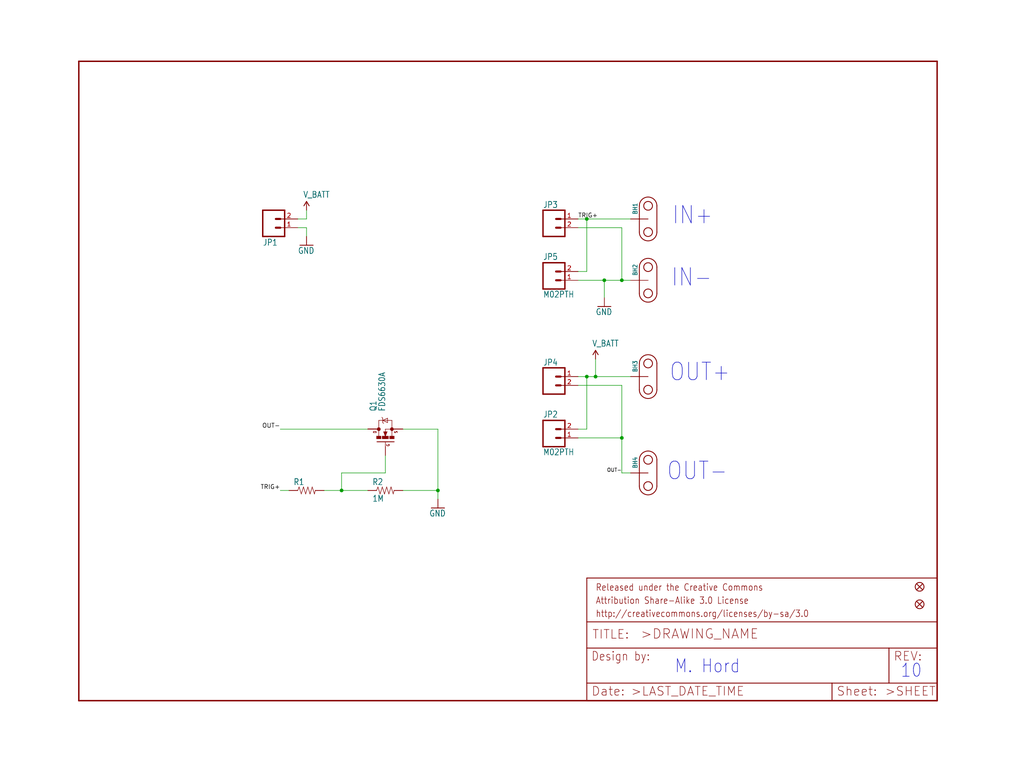
<source format=kicad_sch>
(kicad_sch (version 20211123) (generator eeschema)
  (paper "User" 297.002 223.926)
  (lib_symbols
    (symbol "eagleSchem-eagle-import:1M-1%"
      (property "Reference" "R" (at -3.81 1.4986 0))
      (property "Value" "1M-1%" (at -3.81 -3.302 0))
      (symbol "1M-1%_1_0"
        (polyline (pts (xy -2.54 0) (xy -2.159 1.016)) (stroke (width 0.1524)))
        (polyline (pts (xy -2.159 1.016) (xy -1.524 -1.016)) (stroke (width 0.1524)))
        (polyline (pts (xy -1.524 -1.016) (xy -0.889 1.016)) (stroke (width 0.1524)))
        (polyline (pts (xy -0.889 1.016) (xy -0.254 -1.016)) (stroke (width 0.1524)))
        (polyline (pts (xy -0.254 -1.016) (xy 0.381 1.016)) (stroke (width 0.1524)))
        (polyline (pts (xy 0.381 1.016) (xy 1.016 -1.016)) (stroke (width 0.1524)))
        (polyline (pts (xy 1.016 -1.016) (xy 1.651 1.016)) (stroke (width 0.1524)))
        (polyline (pts (xy 1.651 1.016) (xy 2.286 -1.016)) (stroke (width 0.1524)))
        (polyline (pts (xy 2.286 -1.016) (xy 2.54 0)) (stroke (width 0.1524)))
        (pin passive line (at -5.08 0 0) (length 2.54) (name "1") (number "1"))
        (pin passive line (at 5.08 0 180) (length 2.54) (name "2") (number "2"))
      )
    )
    (symbol "eagleSchem-eagle-import:BUTTONHOLELARGE"
      (property "Reference" "BH" (at -2.54 3.048 0))
      (property "Value" "BUTTONHOLELARGE" (at -2.54 -4.318 0))
      (symbol "BUTTONHOLELARGE_1_0"
        (circle (center -7.62 0) (radius 1.27) (stroke (width 0.254)))
        (arc (start -7.62 2.54) (mid -10.16 0) (end -7.62 -2.54) (stroke (width 0.254)))
        (arc (start 0 -2.54) (mid 2.54 0) (end 0 2.54) (stroke (width 0.254)))
        (polyline (pts (xy -7.62 2.54) (xy 0 2.54)) (stroke (width 0.254)))
        (polyline (pts (xy 0 -2.54) (xy -7.62 -2.54)) (stroke (width 0.254)))
        (circle (center 0 0) (radius 1.27) (stroke (width 0.254)))
        (pin bidirectional line (at -3.81 5.08 270) (length 5.08) (name "P$1") (number "P$1"))
      )
    )
    (symbol "eagleSchem-eagle-import:FIDUCIALUFIDUCIAL"
      (symbol "FIDUCIALUFIDUCIAL_1_0"
        (polyline (pts (xy -0.762 0.762) (xy 0.762 -0.762)) (stroke (width 0.254)))
        (polyline (pts (xy 0.762 0.762) (xy -0.762 -0.762)) (stroke (width 0.254)))
        (circle (center 0 0) (radius 1.27) (stroke (width 0.254)))
      )
    )
    (symbol "eagleSchem-eagle-import:FRAME-LETTER"
      (symbol "FRAME-LETTER_1_0"
        (polyline (pts (xy 0 0) (xy 248.92 0)) (stroke (width 0.4064)))
        (polyline (pts (xy 0 185.42) (xy 0 0)) (stroke (width 0.4064)))
        (polyline (pts (xy 0 185.42) (xy 248.92 185.42)) (stroke (width 0.4064)))
        (polyline (pts (xy 248.92 185.42) (xy 248.92 0)) (stroke (width 0.4064)))
      )
      (symbol "FRAME-LETTER_2_0"
        (polyline (pts (xy 0 0) (xy 0 5.08)) (stroke (width 0.254)))
        (polyline (pts (xy 0 0) (xy 71.12 0)) (stroke (width 0.254)))
        (polyline (pts (xy 0 5.08) (xy 0 15.24)) (stroke (width 0.254)))
        (polyline (pts (xy 0 5.08) (xy 71.12 5.08)) (stroke (width 0.254)))
        (polyline (pts (xy 0 15.24) (xy 0 22.86)) (stroke (width 0.254)))
        (polyline (pts (xy 0 22.86) (xy 0 35.56)) (stroke (width 0.254)))
        (polyline (pts (xy 0 22.86) (xy 101.6 22.86)) (stroke (width 0.254)))
        (polyline (pts (xy 71.12 0) (xy 101.6 0)) (stroke (width 0.254)))
        (polyline (pts (xy 71.12 5.08) (xy 71.12 0)) (stroke (width 0.254)))
        (polyline (pts (xy 71.12 5.08) (xy 87.63 5.08)) (stroke (width 0.254)))
        (polyline (pts (xy 87.63 5.08) (xy 101.6 5.08)) (stroke (width 0.254)))
        (polyline (pts (xy 87.63 15.24) (xy 0 15.24)) (stroke (width 0.254)))
        (polyline (pts (xy 87.63 15.24) (xy 87.63 5.08)) (stroke (width 0.254)))
        (polyline (pts (xy 101.6 5.08) (xy 101.6 0)) (stroke (width 0.254)))
        (polyline (pts (xy 101.6 15.24) (xy 87.63 15.24)) (stroke (width 0.254)))
        (polyline (pts (xy 101.6 15.24) (xy 101.6 5.08)) (stroke (width 0.254)))
        (polyline (pts (xy 101.6 22.86) (xy 101.6 15.24)) (stroke (width 0.254)))
        (polyline (pts (xy 101.6 35.56) (xy 0 35.56)) (stroke (width 0.254)))
        (polyline (pts (xy 101.6 35.56) (xy 101.6 22.86)) (stroke (width 0.254)))
        (text ">DRAWING_NAME" (at 15.494 17.78 0) (effects (font (size 2.7432 2.7432)) (justify left bottom)))
        (text ">LAST_DATE_TIME" (at 12.7 1.27 0) (effects (font (size 2.54 2.54)) (justify left bottom)))
        (text ">SHEET" (at 86.36 1.27 0) (effects (font (size 2.54 2.54)) (justify left bottom)))
        (text "Attribution Share-Alike 3.0 License" (at 2.54 27.94 0) (effects (font (size 1.9304 1.6408)) (justify left bottom)))
        (text "Date:" (at 1.27 1.27 0) (effects (font (size 2.54 2.54)) (justify left bottom)))
        (text "Design by:" (at 1.27 11.43 0) (effects (font (size 2.54 2.159)) (justify left bottom)))
        (text "http://creativecommons.org/licenses/by-sa/3.0" (at 2.54 24.13 0) (effects (font (size 1.9304 1.6408)) (justify left bottom)))
        (text "Released under the Creative Commons" (at 2.54 31.75 0) (effects (font (size 1.9304 1.6408)) (justify left bottom)))
        (text "REV:" (at 88.9 11.43 0) (effects (font (size 2.54 2.54)) (justify left bottom)))
        (text "Sheet:" (at 72.39 1.27 0) (effects (font (size 2.54 2.54)) (justify left bottom)))
        (text "TITLE:" (at 1.524 17.78 0) (effects (font (size 2.54 2.54)) (justify left bottom)))
      )
    )
    (symbol "eagleSchem-eagle-import:GND" (power)
      (property "Value" "GND" (at -2.54 -2.54 0))
      (symbol "GND_1_0"
        (polyline (pts (xy -1.905 0) (xy 1.905 0)) (stroke (width 0.254)))
        (pin power_in line (at 0 2.54 270) (length 2.54) (name "GND") (number "1"))
      )
    )
    (symbol "eagleSchem-eagle-import:M02-JST-2-PTH-NO_SILK"
      (property "Reference" "JP" (at -2.54 5.842 0))
      (property "Value" "M02-JST-2-PTH-NO_SILK" (at -2.54 -5.08 0))
      (symbol "M02-JST-2-PTH-NO_SILK_1_0"
        (polyline (pts (xy -2.54 5.08) (xy -2.54 -2.54)) (stroke (width 0.4064)))
        (polyline (pts (xy -2.54 5.08) (xy 3.81 5.08)) (stroke (width 0.4064)))
        (polyline (pts (xy 1.27 0) (xy 2.54 0)) (stroke (width 0.6096)))
        (polyline (pts (xy 1.27 2.54) (xy 2.54 2.54)) (stroke (width 0.6096)))
        (polyline (pts (xy 3.81 -2.54) (xy -2.54 -2.54)) (stroke (width 0.4064)))
        (polyline (pts (xy 3.81 -2.54) (xy 3.81 5.08)) (stroke (width 0.4064)))
        (pin passive line (at 7.62 0 180) (length 5.08) (name "1") (number "1"))
        (pin passive line (at 7.62 2.54 180) (length 5.08) (name "2") (number "2"))
      )
    )
    (symbol "eagleSchem-eagle-import:M02-JST-2MM-SMT"
      (property "Reference" "JP" (at -2.54 5.842 0))
      (property "Value" "M02-JST-2MM-SMT" (at -2.54 -5.08 0))
      (symbol "M02-JST-2MM-SMT_1_0"
        (polyline (pts (xy -2.54 5.08) (xy -2.54 -2.54)) (stroke (width 0.4064)))
        (polyline (pts (xy -2.54 5.08) (xy 3.81 5.08)) (stroke (width 0.4064)))
        (polyline (pts (xy 1.27 0) (xy 2.54 0)) (stroke (width 0.6096)))
        (polyline (pts (xy 1.27 2.54) (xy 2.54 2.54)) (stroke (width 0.6096)))
        (polyline (pts (xy 3.81 -2.54) (xy -2.54 -2.54)) (stroke (width 0.4064)))
        (polyline (pts (xy 3.81 -2.54) (xy 3.81 5.08)) (stroke (width 0.4064)))
        (pin passive line (at 7.62 2.54 180) (length 5.08) (name "2") (number "1"))
        (pin passive line (at 7.62 0 180) (length 5.08) (name "1") (number "2"))
      )
    )
    (symbol "eagleSchem-eagle-import:M02PTH"
      (property "Reference" "JP" (at -2.54 5.842 0))
      (property "Value" "M02PTH" (at -2.54 -5.08 0))
      (symbol "M02PTH_1_0"
        (polyline (pts (xy -2.54 5.08) (xy -2.54 -2.54)) (stroke (width 0.4064)))
        (polyline (pts (xy -2.54 5.08) (xy 3.81 5.08)) (stroke (width 0.4064)))
        (polyline (pts (xy 1.27 0) (xy 2.54 0)) (stroke (width 0.6096)))
        (polyline (pts (xy 1.27 2.54) (xy 2.54 2.54)) (stroke (width 0.6096)))
        (polyline (pts (xy 3.81 -2.54) (xy -2.54 -2.54)) (stroke (width 0.4064)))
        (polyline (pts (xy 3.81 -2.54) (xy 3.81 5.08)) (stroke (width 0.4064)))
        (pin passive line (at 7.62 0 180) (length 5.08) (name "1") (number "1"))
        (pin passive line (at 7.62 2.54 180) (length 5.08) (name "2") (number "2"))
      )
    )
    (symbol "eagleSchem-eagle-import:MOSFET-NCHANNELFDS6630A"
      (property "Reference" "Q" (at 5.08 2.54 0))
      (property "Value" "MOSFET-NCHANNELFDS6630A" (at 5.08 0 0))
      (symbol "MOSFET-NCHANNELFDS6630A_1_0"
        (rectangle (start -2.794 -2.54) (end -2.032 -1.27) (fill (type outline)))
        (rectangle (start -2.794 -0.889) (end -2.032 0.889) (fill (type outline)))
        (rectangle (start -2.794 1.27) (end -2.032 2.54) (fill (type outline)))
        (circle (center 0 -1.905) (radius 0.127) (stroke (width 0.4064)))
        (polyline (pts (xy -3.81 0) (xy -5.08 0)) (stroke (width 0.1524)))
        (polyline (pts (xy -3.6576 2.413) (xy -3.6576 -2.54)) (stroke (width 0.254)))
        (polyline (pts (xy -2.032 -1.905) (xy 0 -1.905)) (stroke (width 0.1524)))
        (polyline (pts (xy -2.032 0) (xy -0.762 -0.508)) (stroke (width 0.1524)))
        (polyline (pts (xy -1.778 0) (xy -0.889 -0.254)) (stroke (width 0.3048)))
        (polyline (pts (xy -0.889 -0.254) (xy -0.889 0)) (stroke (width 0.3048)))
        (polyline (pts (xy -0.889 0) (xy -1.143 0)) (stroke (width 0.3048)))
        (polyline (pts (xy -0.889 0) (xy 0 0)) (stroke (width 0.1524)))
        (polyline (pts (xy -0.889 0.254) (xy -1.778 0)) (stroke (width 0.3048)))
        (polyline (pts (xy -0.762 -0.508) (xy -0.762 0.508)) (stroke (width 0.1524)))
        (polyline (pts (xy -0.762 0.508) (xy -2.032 0)) (stroke (width 0.1524)))
        (polyline (pts (xy 0 -1.905) (xy 0 -2.54)) (stroke (width 0.1524)))
        (polyline (pts (xy 0 0) (xy 0 -1.905)) (stroke (width 0.1524)))
        (polyline (pts (xy 0 1.905) (xy -2.0066 1.905)) (stroke (width 0.1524)))
        (polyline (pts (xy 0 1.905) (xy 2.54 1.905)) (stroke (width 0.1524)))
        (polyline (pts (xy 0 2.54) (xy 0 1.905)) (stroke (width 0.1524)))
        (polyline (pts (xy 1.905 -0.635) (xy 3.175 -0.635)) (stroke (width 0.1524)))
        (polyline (pts (xy 1.905 0.762) (xy 1.651 0.508)) (stroke (width 0.1524)))
        (polyline (pts (xy 1.905 0.762) (xy 2.54 0.762)) (stroke (width 0.1524)))
        (polyline (pts (xy 2.54 -1.905) (xy 0 -1.905)) (stroke (width 0.1524)))
        (polyline (pts (xy 2.54 0.762) (xy 1.905 -0.635)) (stroke (width 0.1524)))
        (polyline (pts (xy 2.54 0.762) (xy 2.54 -1.905)) (stroke (width 0.1524)))
        (polyline (pts (xy 2.54 0.762) (xy 3.175 0.762)) (stroke (width 0.1524)))
        (polyline (pts (xy 2.54 1.905) (xy 2.54 0.762)) (stroke (width 0.1524)))
        (polyline (pts (xy 3.175 -0.635) (xy 2.54 0.762)) (stroke (width 0.1524)))
        (polyline (pts (xy 3.175 0.762) (xy 3.429 1.016)) (stroke (width 0.1524)))
        (circle (center 0 1.905) (radius 0.127) (stroke (width 0.4064)))
        (text "D" (at -1.27 2.54 0) (effects (font (size 0.8128 0.6908)) (justify left bottom)))
        (text "G" (at -5.08 -1.27 0) (effects (font (size 0.8128 0.6908)) (justify left bottom)))
        (text "S" (at -1.27 -3.556 0) (effects (font (size 0.8128 0.6908)) (justify left bottom)))
        (pin passive line (at 0 -5.08 90) (length 2.54) (name "S") (number "1"))
        (pin passive line (at 0 -5.08 90) (length 2.54) (name "S") (number "2"))
        (pin passive line (at 0 -5.08 90) (length 2.54) (name "S") (number "3"))
        (pin passive line (at -7.62 0 0) (length 2.54) (name "G") (number "4"))
        (pin passive line (at 0 5.08 270) (length 2.54) (name "D") (number "5"))
        (pin passive line (at 0 5.08 270) (length 2.54) (name "D") (number "6"))
        (pin passive line (at 0 5.08 270) (length 2.54) (name "D") (number "7"))
        (pin passive line (at 0 5.08 270) (length 2.54) (name "D") (number "8"))
      )
    )
    (symbol "eagleSchem-eagle-import:RESISTOR0402-RES"
      (property "Reference" "R" (at -3.81 1.4986 0))
      (property "Value" "RESISTOR0402-RES" (at -3.81 -3.302 0))
      (symbol "RESISTOR0402-RES_1_0"
        (polyline (pts (xy -2.54 0) (xy -2.159 1.016)) (stroke (width 0.1524)))
        (polyline (pts (xy -2.159 1.016) (xy -1.524 -1.016)) (stroke (width 0.1524)))
        (polyline (pts (xy -1.524 -1.016) (xy -0.889 1.016)) (stroke (width 0.1524)))
        (polyline (pts (xy -0.889 1.016) (xy -0.254 -1.016)) (stroke (width 0.1524)))
        (polyline (pts (xy -0.254 -1.016) (xy 0.381 1.016)) (stroke (width 0.1524)))
        (polyline (pts (xy 0.381 1.016) (xy 1.016 -1.016)) (stroke (width 0.1524)))
        (polyline (pts (xy 1.016 -1.016) (xy 1.651 1.016)) (stroke (width 0.1524)))
        (polyline (pts (xy 1.651 1.016) (xy 2.286 -1.016)) (stroke (width 0.1524)))
        (polyline (pts (xy 2.286 -1.016) (xy 2.54 0)) (stroke (width 0.1524)))
        (pin passive line (at -5.08 0 0) (length 2.54) (name "1") (number "1"))
        (pin passive line (at 5.08 0 180) (length 2.54) (name "2") (number "2"))
      )
    )
    (symbol "eagleSchem-eagle-import:V_BATT" (power)
      (property "Value" "V_BATT" (at -1.016 3.556 0))
      (symbol "V_BATT_1_0"
        (polyline (pts (xy 0 2.54) (xy -0.762 1.27)) (stroke (width 0.254)))
        (polyline (pts (xy 0.762 1.27) (xy 0 2.54)) (stroke (width 0.254)))
        (pin power_in line (at 0 0 90) (length 2.54) (name "V_BATT") (number "1"))
      )
    )
  )
  (junction (at 99.06 142.24))
  (junction (at 127 142.24))
  (junction (at 170.18 63.5))
  (junction (at 170.18 109.22))
  (junction (at 175.26 81.28))
  (junction (at 180.34 127))
  (junction (at 180.34 81.28))
  (junction (at 172.72 109.22))
  (wire (pts (xy 172.72 109.22) (xy 182.88 109.22)))
  (wire (pts (xy 116.84 142.24) (xy 127 142.24)))
  (wire (pts (xy 127 124.46) (xy 127 142.24)))
  (wire (pts (xy 88.9 66.04) (xy 88.9 68.58)))
  (wire (pts (xy 99.06 137.16) (xy 111.76 137.16)))
  (wire (pts (xy 167.64 63.5) (xy 170.18 63.5)))
  (wire (pts (xy 175.26 81.28) (xy 180.34 81.28)))
  (wire (pts (xy 86.36 66.04) (xy 88.9 66.04)))
  (wire (pts (xy 167.64 81.28) (xy 175.26 81.28)))
  (wire (pts (xy 180.34 66.04) (xy 180.34 81.28)))
  (wire (pts (xy 180.34 111.76) (xy 180.34 127)))
  (wire (pts (xy 167.64 109.22) (xy 170.18 109.22)))
  (wire (pts (xy 99.06 142.24) (xy 99.06 137.16)))
  (wire (pts (xy 106.68 124.46) (xy 81.28 124.46)))
  (wire (pts (xy 170.18 109.22) (xy 172.72 109.22)))
  (wire (pts (xy 116.84 124.46) (xy 127 124.46)))
  (wire (pts (xy 175.26 81.28) (xy 175.26 86.36)))
  (wire (pts (xy 180.34 137.16) (xy 182.88 137.16)))
  (wire (pts (xy 167.64 66.04) (xy 180.34 66.04)))
  (wire (pts (xy 167.64 78.74) (xy 170.18 78.74)))
  (wire (pts (xy 127 142.24) (xy 127 144.78)))
  (wire (pts (xy 180.34 81.28) (xy 182.88 81.28)))
  (wire (pts (xy 180.34 127) (xy 180.34 137.16)))
  (wire (pts (xy 86.36 63.5) (xy 88.9 63.5)))
  (wire (pts (xy 99.06 142.24) (xy 106.68 142.24)))
  (wire (pts (xy 88.9 63.5) (xy 88.9 60.96)))
  (wire (pts (xy 170.18 124.46) (xy 170.18 109.22)))
  (wire (pts (xy 93.98 142.24) (xy 99.06 142.24)))
  (wire (pts (xy 83.82 142.24) (xy 81.28 142.24)))
  (wire (pts (xy 170.18 78.74) (xy 170.18 63.5)))
  (wire (pts (xy 111.76 137.16) (xy 111.76 132.08)))
  (wire (pts (xy 172.72 104.14) (xy 172.72 109.22)))
  (wire (pts (xy 167.64 127) (xy 180.34 127)))
  (wire (pts (xy 167.64 111.76) (xy 180.34 111.76)))
  (wire (pts (xy 167.64 124.46) (xy 170.18 124.46)))
  (wire (pts (xy 170.18 63.5) (xy 182.88 63.5)))
  (text "IN+" (at 194.818 65.532 180) (effects (font (size 5.08 4.318)) (justify left bottom)))
  (text "IN-" (at 194.564 83.566 180) (effects (font (size 5.08 4.318)) (justify left bottom)))
  (text "OUT+" (at 194.056 110.998 180) (effects (font (size 5.08 4.318)) (justify left bottom)))
  (text "OUT-" (at 193.294 139.7 180) (effects (font (size 5.08 4.318)) (justify left bottom)))
  (text "M. Hord" (at 195.58 195.58 180) (effects (font (size 3.81 3.2385)) (justify left bottom)))
  (text "10" (at 261.112 196.85 180) (effects (font (size 3.81 3.2385)) (justify left bottom)))
  (label "TRIG+" (at 81.28 142.24 180) (effects (font (size 1.2446 1.2446))))
  (label "OUT-" (at 180.34 137.16 180) (effects (font (size 1.016 1.016))))
  (label "TRIG+" (at 167.64 63.5 0) (effects (font (size 1.2446 1.2446))))
  (label "OUT-" (at 81.28 124.46 180) (effects (font (size 1.2446 1.2446))))
  (symbol (lib_id "eagleSchem-eagle-import:RESISTOR0402-RES") (at 88.9 142.24 0) (unit 1)
    (property "Reference" "R1" (at 85.09 140.7414 0) (effects (font (size 1.778 1.5113)) (justify left bottom)))
    (property "Value" "10k" (at 85.09 145.542 0) (effects (font (size 1.778 1.5113)) (justify left bottom)))
    (property "Footprint" "eagleSchem:0402-RES" (effects hide))
    (property "Value" "10k" (effects hide))
  )
  (symbol (lib_id "eagleSchem-eagle-import:BUTTONHOLELARGE") (at 187.96 105.41 90) (unit 1)
    (property "Reference" "BH3" (at 184.912 107.95 0) (effects (font (size 1.27 1.0795)) (justify left bottom)))
    (property "Value" "OUT+" (at 192.278 107.95 0) (effects (font (size 1.27 1.0795)) (justify left bottom)))
    (property "Footprint" "eagleSchem:BUTTONHOLE" (effects hide))
    (property "Value" "OUT+" (effects hide))
  )
  (symbol (lib_id "eagleSchem-eagle-import:FIDUCIALUFIDUCIAL") (at 266.7 175.26 0) (unit 1)
    (property "Reference" "JP7" (effects hide))
    (property "Value" "FIDUCIALUFIDUCIAL" (effects hide))
    (property "Footprint" "eagleSchem:MICRO-FIDUCIAL" (effects hide))
  )
  (symbol (lib_id "eagleSchem-eagle-import:GND") (at 88.9 71.12 0) (unit 1)
    (property "Reference" "#GND2" (effects hide))
    (property "Value" "GND" (at 86.36 73.66 0) (effects (font (size 1.778 1.5113)) (justify left bottom)))
    (property "Footprint" "eagleSchem:" (effects hide))
  )
  (symbol (lib_id "eagleSchem-eagle-import:V_BATT") (at 172.72 104.14 0) (unit 1)
    (property "Reference" "#U$3" (effects hide))
    (property "Value" "V_BATT" (at 171.704 100.584 0) (effects (font (size 1.778 1.5113)) (justify left bottom)))
    (property "Footprint" "eagleSchem:" (effects hide))
  )
  (symbol (lib_id "eagleSchem-eagle-import:MOSFET-NCHANNELFDS6630A") (at 111.76 124.46 90) (unit 1)
    (property "Reference" "Q1" (at 109.22 119.38 0) (effects (font (size 1.778 1.5113)) (justify left bottom)))
    (property "Value" "FDS6630A" (at 111.76 119.38 0) (effects (font (size 1.778 1.5113)) (justify left bottom)))
    (property "Footprint" "eagleSchem:SO08" (effects hide))
  )
  (symbol (lib_id "eagleSchem-eagle-import:BUTTONHOLELARGE") (at 187.96 59.69 90) (unit 1)
    (property "Reference" "BH1" (at 184.912 62.23 0) (effects (font (size 1.27 1.0795)) (justify left bottom)))
    (property "Value" "TRIG+" (at 192.278 62.23 0) (effects (font (size 1.27 1.0795)) (justify left bottom)))
    (property "Footprint" "eagleSchem:BUTTONHOLE" (effects hide))
    (property "Value" "TRIG+" (effects hide))
  )
  (symbol (lib_id "eagleSchem-eagle-import:FRAME-LETTER") (at 22.86 203.2 0) (unit 1)
    (property "Reference" "FRAME1" (effects hide))
    (property "Value" "FRAME-LETTER" (effects hide))
    (property "Footprint" "eagleSchem:CREATIVE_COMMONS" (effects hide))
  )
  (symbol (lib_id "eagleSchem-eagle-import:M02PTH") (at 160.02 127 0) (unit 1)
    (property "Reference" "JP2" (at 157.48 121.158 0) (effects (font (size 1.778 1.5113)) (justify left bottom)))
    (property "Value" "M02PTH" (at 157.48 132.08 0) (effects (font (size 1.778 1.5113)) (justify left bottom)))
    (property "Footprint" "eagleSchem:1X02" (effects hide))
  )
  (symbol (lib_id "eagleSchem-eagle-import:V_BATT") (at 88.9 60.96 0) (unit 1)
    (property "Reference" "#U$2" (effects hide))
    (property "Value" "V_BATT" (at 87.884 57.404 0) (effects (font (size 1.778 1.5113)) (justify left bottom)))
    (property "Footprint" "eagleSchem:" (effects hide))
  )
  (symbol (lib_id "eagleSchem-eagle-import:M02-JST-2-PTH-NO_SILK") (at 160.02 109.22 0) (mirror x) (unit 1)
    (property "Reference" "JP4" (at 157.48 104.14 0) (effects (font (size 1.778 1.5113)) (justify left bottom)))
    (property "Value" "JST-PTH" (at 157.48 115.062 0) (effects (font (size 1.778 1.5113)) (justify left bottom)))
    (property "Footprint" "eagleSchem:JST-2-PTH-NS" (effects hide))
    (property "Value" "JST-PTH" (effects hide))
  )
  (symbol (lib_id "eagleSchem-eagle-import:1M-1%") (at 111.76 142.24 0) (unit 1)
    (property "Reference" "R2" (at 107.95 140.7414 0) (effects (font (size 1.778 1.5113)) (justify left bottom)))
    (property "Value" "1M" (at 107.95 145.542 0) (effects (font (size 1.778 1.5113)) (justify left bottom)))
    (property "Footprint" "eagleSchem:0402-RES" (effects hide))
  )
  (symbol (lib_id "eagleSchem-eagle-import:M02-JST-2MM-SMT") (at 78.74 63.5 0) (mirror x) (unit 1)
    (property "Reference" "JP1" (at 76.2 69.342 0) (effects (font (size 1.778 1.5113)) (justify left bottom)))
    (property "Value" "JST-SMT" (at 76.2 58.42 0) (effects (font (size 1.778 1.5113)) (justify left bottom)))
    (property "Footprint" "eagleSchem:JST-2-SMD" (effects hide))
    (property "Value" "JST-SMT" (effects hide))
  )
  (symbol (lib_id "eagleSchem-eagle-import:FIDUCIALUFIDUCIAL") (at 266.7 170.18 0) (unit 1)
    (property "Reference" "JP6" (effects hide))
    (property "Value" "FIDUCIALUFIDUCIAL" (effects hide))
    (property "Footprint" "eagleSchem:MICRO-FIDUCIAL" (effects hide))
  )
  (symbol (lib_id "eagleSchem-eagle-import:BUTTONHOLELARGE") (at 187.96 133.35 90) (unit 1)
    (property "Reference" "BH4" (at 184.912 135.89 0) (effects (font (size 1.27 1.0795)) (justify left bottom)))
    (property "Value" "OUT-" (at 192.278 135.89 0) (effects (font (size 1.27 1.0795)) (justify left bottom)))
    (property "Footprint" "eagleSchem:BUTTONHOLE" (effects hide))
    (property "Value" "OUT-" (effects hide))
  )
  (symbol (lib_id "eagleSchem-eagle-import:GND") (at 127 147.32 0) (unit 1)
    (property "Reference" "#GND1" (effects hide))
    (property "Value" "GND" (at 124.46 149.86 0) (effects (font (size 1.778 1.5113)) (justify left bottom)))
    (property "Footprint" "eagleSchem:" (effects hide))
  )
  (symbol (lib_id "eagleSchem-eagle-import:M02PTH") (at 160.02 81.28 0) (unit 1)
    (property "Reference" "JP5" (at 157.48 75.438 0) (effects (font (size 1.778 1.5113)) (justify left bottom)))
    (property "Value" "M02PTH" (at 157.48 86.36 0) (effects (font (size 1.778 1.5113)) (justify left bottom)))
    (property "Footprint" "eagleSchem:1X02" (effects hide))
  )
  (symbol (lib_id "eagleSchem-eagle-import:GND") (at 175.26 88.9 0) (unit 1)
    (property "Reference" "#GND3" (effects hide))
    (property "Value" "GND" (at 172.72 91.44 0) (effects (font (size 1.778 1.5113)) (justify left bottom)))
    (property "Footprint" "eagleSchem:" (effects hide))
  )
  (symbol (lib_id "eagleSchem-eagle-import:M02-JST-2-PTH-NO_SILK") (at 160.02 63.5 0) (mirror x) (unit 1)
    (property "Reference" "JP3" (at 157.48 58.42 0) (effects (font (size 1.778 1.5113)) (justify left bottom)))
    (property "Value" "JST-PTH" (at 157.48 69.342 0) (effects (font (size 1.778 1.5113)) (justify left bottom)))
    (property "Footprint" "eagleSchem:JST-2-PTH-NS" (effects hide))
    (property "Value" "JST-PTH" (effects hide))
  )
  (symbol (lib_id "eagleSchem-eagle-import:BUTTONHOLELARGE") (at 187.96 77.47 90) (unit 1)
    (property "Reference" "BH2" (at 184.912 80.01 0) (effects (font (size 1.27 1.0795)) (justify left bottom)))
    (property "Value" "TRIG-" (at 192.278 80.01 0) (effects (font (size 1.27 1.0795)) (justify left bottom)))
    (property "Footprint" "eagleSchem:BUTTONHOLE" (effects hide))
    (property "Value" "TRIG-" (effects hide))
  )
  (symbol (lib_id "eagleSchem-eagle-import:FRAME-LETTER") (at 170.18 203.2 0) (unit 2)
    (property "Reference" "FRAME1" (effects hide))
    (property "Value" "FRAME-LETTER" (effects hide))
    (property "Footprint" "eagleSchem:CREATIVE_COMMONS" (effects hide))
  )
)
</source>
